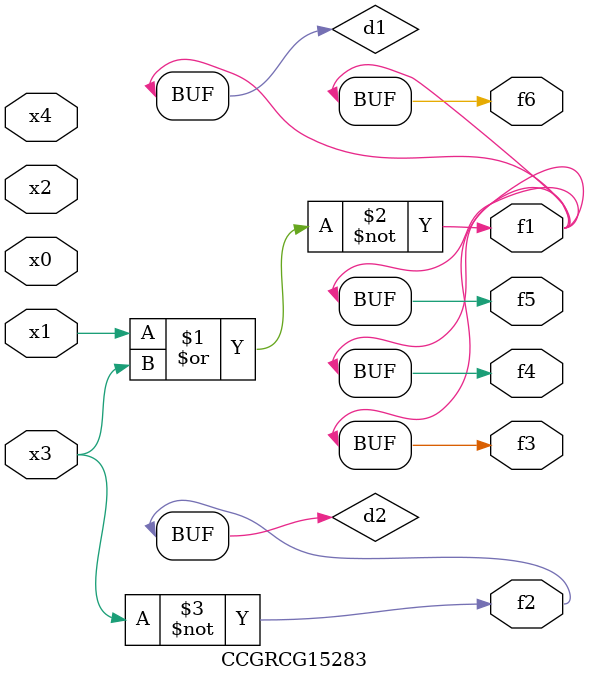
<source format=v>
module CCGRCG15283(
	input x0, x1, x2, x3, x4,
	output f1, f2, f3, f4, f5, f6
);

	wire d1, d2;

	nor (d1, x1, x3);
	not (d2, x3);
	assign f1 = d1;
	assign f2 = d2;
	assign f3 = d1;
	assign f4 = d1;
	assign f5 = d1;
	assign f6 = d1;
endmodule

</source>
